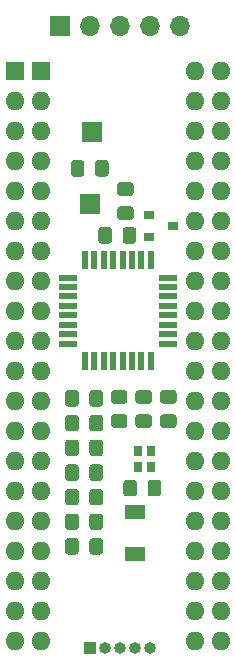
<source format=gbr>
G04 #@! TF.GenerationSoftware,KiCad,Pcbnew,(5.1.9)-1*
G04 #@! TF.CreationDate,2021-06-10T15:02:54-04:00*
G04 #@! TF.ProjectId,6526KernalSwitcherB,36353236-4b65-4726-9e61-6c5377697463,rev?*
G04 #@! TF.SameCoordinates,Original*
G04 #@! TF.FileFunction,Soldermask,Top*
G04 #@! TF.FilePolarity,Negative*
%FSLAX46Y46*%
G04 Gerber Fmt 4.6, Leading zero omitted, Abs format (unit mm)*
G04 Created by KiCad (PCBNEW (5.1.9)-1) date 2021-06-10 15:02:54*
%MOMM*%
%LPD*%
G01*
G04 APERTURE LIST*
%ADD10R,1.700000X1.300000*%
%ADD11R,1.000000X1.000000*%
%ADD12O,1.000000X1.000000*%
%ADD13R,1.700000X1.700000*%
%ADD14O,1.700000X1.700000*%
%ADD15R,0.900000X0.800000*%
%ADD16R,0.550000X1.600000*%
%ADD17R,1.600000X0.550000*%
%ADD18O,1.600000X1.600000*%
%ADD19R,1.600000X1.600000*%
%ADD20R,0.800000X0.900000*%
G04 APERTURE END LIST*
G36*
G01*
X106502000Y-86468799D02*
X106502000Y-87368801D01*
G75*
G02*
X106252001Y-87618800I-249999J0D01*
G01*
X105601999Y-87618800D01*
G75*
G02*
X105352000Y-87368801I0J249999D01*
G01*
X105352000Y-86468799D01*
G75*
G02*
X105601999Y-86218800I249999J0D01*
G01*
X106252001Y-86218800D01*
G75*
G02*
X106502000Y-86468799I0J-249999D01*
G01*
G37*
G36*
G01*
X104452000Y-86468799D02*
X104452000Y-87368801D01*
G75*
G02*
X104202001Y-87618800I-249999J0D01*
G01*
X103551999Y-87618800D01*
G75*
G02*
X103302000Y-87368801I0J249999D01*
G01*
X103302000Y-86468799D01*
G75*
G02*
X103551999Y-86218800I249999J0D01*
G01*
X104202001Y-86218800D01*
G75*
G02*
X104452000Y-86468799I0J-249999D01*
G01*
G37*
G36*
G01*
X104452000Y-84385999D02*
X104452000Y-85286001D01*
G75*
G02*
X104202001Y-85536000I-249999J0D01*
G01*
X103551999Y-85536000D01*
G75*
G02*
X103302000Y-85286001I0J249999D01*
G01*
X103302000Y-84385999D01*
G75*
G02*
X103551999Y-84136000I249999J0D01*
G01*
X104202001Y-84136000D01*
G75*
G02*
X104452000Y-84385999I0J-249999D01*
G01*
G37*
G36*
G01*
X106502000Y-84385999D02*
X106502000Y-85286001D01*
G75*
G02*
X106252001Y-85536000I-249999J0D01*
G01*
X105601999Y-85536000D01*
G75*
G02*
X105352000Y-85286001I0J249999D01*
G01*
X105352000Y-84385999D01*
G75*
G02*
X105601999Y-84136000I249999J0D01*
G01*
X106252001Y-84136000D01*
G75*
G02*
X106502000Y-84385999I0J-249999D01*
G01*
G37*
G36*
G01*
X109506599Y-77851200D02*
X110406601Y-77851200D01*
G75*
G02*
X110656600Y-78101199I0J-249999D01*
G01*
X110656600Y-78751201D01*
G75*
G02*
X110406601Y-79001200I-249999J0D01*
G01*
X109506599Y-79001200D01*
G75*
G02*
X109256600Y-78751201I0J249999D01*
G01*
X109256600Y-78101199D01*
G75*
G02*
X109506599Y-77851200I249999J0D01*
G01*
G37*
G36*
G01*
X109506599Y-79901200D02*
X110406601Y-79901200D01*
G75*
G02*
X110656600Y-80151199I0J-249999D01*
G01*
X110656600Y-80801201D01*
G75*
G02*
X110406601Y-81051200I-249999J0D01*
G01*
X109506599Y-81051200D01*
G75*
G02*
X109256600Y-80801201I0J249999D01*
G01*
X109256600Y-80151199D01*
G75*
G02*
X109506599Y-79901200I249999J0D01*
G01*
G37*
G36*
G01*
X107423799Y-79901200D02*
X108323801Y-79901200D01*
G75*
G02*
X108573800Y-80151199I0J-249999D01*
G01*
X108573800Y-80801201D01*
G75*
G02*
X108323801Y-81051200I-249999J0D01*
G01*
X107423799Y-81051200D01*
G75*
G02*
X107173800Y-80801201I0J249999D01*
G01*
X107173800Y-80151199D01*
G75*
G02*
X107423799Y-79901200I249999J0D01*
G01*
G37*
G36*
G01*
X107423799Y-77851200D02*
X108323801Y-77851200D01*
G75*
G02*
X108573800Y-78101199I0J-249999D01*
G01*
X108573800Y-78751201D01*
G75*
G02*
X108323801Y-79001200I-249999J0D01*
G01*
X107423799Y-79001200D01*
G75*
G02*
X107173800Y-78751201I0J249999D01*
G01*
X107173800Y-78101199D01*
G75*
G02*
X107423799Y-77851200I249999J0D01*
G01*
G37*
G36*
G01*
X103302000Y-83190501D02*
X103302000Y-82290499D01*
G75*
G02*
X103551999Y-82040500I249999J0D01*
G01*
X104202001Y-82040500D01*
G75*
G02*
X104452000Y-82290499I0J-249999D01*
G01*
X104452000Y-83190501D01*
G75*
G02*
X104202001Y-83440500I-249999J0D01*
G01*
X103551999Y-83440500D01*
G75*
G02*
X103302000Y-83190501I0J249999D01*
G01*
G37*
G36*
G01*
X105352000Y-83190501D02*
X105352000Y-82290499D01*
G75*
G02*
X105601999Y-82040500I249999J0D01*
G01*
X106252001Y-82040500D01*
G75*
G02*
X106502000Y-82290499I0J-249999D01*
G01*
X106502000Y-83190501D01*
G75*
G02*
X106252001Y-83440500I-249999J0D01*
G01*
X105601999Y-83440500D01*
G75*
G02*
X105352000Y-83190501I0J249999D01*
G01*
G37*
G36*
G01*
X111589399Y-79901200D02*
X112489401Y-79901200D01*
G75*
G02*
X112739400Y-80151199I0J-249999D01*
G01*
X112739400Y-80801201D01*
G75*
G02*
X112489401Y-81051200I-249999J0D01*
G01*
X111589399Y-81051200D01*
G75*
G02*
X111339400Y-80801201I0J249999D01*
G01*
X111339400Y-80151199D01*
G75*
G02*
X111589399Y-79901200I249999J0D01*
G01*
G37*
G36*
G01*
X111589399Y-77851200D02*
X112489401Y-77851200D01*
G75*
G02*
X112739400Y-78101199I0J-249999D01*
G01*
X112739400Y-78751201D01*
G75*
G02*
X112489401Y-79001200I-249999J0D01*
G01*
X111589399Y-79001200D01*
G75*
G02*
X111339400Y-78751201I0J249999D01*
G01*
X111339400Y-78101199D01*
G75*
G02*
X111589399Y-77851200I249999J0D01*
G01*
G37*
G36*
G01*
X109321400Y-64294599D02*
X109321400Y-65194601D01*
G75*
G02*
X109071401Y-65444600I-249999J0D01*
G01*
X108421399Y-65444600D01*
G75*
G02*
X108171400Y-65194601I0J249999D01*
G01*
X108171400Y-64294599D01*
G75*
G02*
X108421399Y-64044600I249999J0D01*
G01*
X109071401Y-64044600D01*
G75*
G02*
X109321400Y-64294599I0J-249999D01*
G01*
G37*
G36*
G01*
X107271400Y-64294599D02*
X107271400Y-65194601D01*
G75*
G02*
X107021401Y-65444600I-249999J0D01*
G01*
X106371399Y-65444600D01*
G75*
G02*
X106121400Y-65194601I0J249999D01*
G01*
X106121400Y-64294599D01*
G75*
G02*
X106371399Y-64044600I249999J0D01*
G01*
X107021401Y-64044600D01*
G75*
G02*
X107271400Y-64294599I0J-249999D01*
G01*
G37*
D10*
X109245400Y-88191400D03*
X109245400Y-91691400D03*
D11*
X105410000Y-99695000D03*
D12*
X106680000Y-99695000D03*
X107950000Y-99695000D03*
X109220000Y-99695000D03*
X110490000Y-99695000D03*
D13*
X102870000Y-46990000D03*
D14*
X105410000Y-46990000D03*
X107950000Y-46990000D03*
X110490000Y-46990000D03*
X113030000Y-46990000D03*
D13*
X105587800Y-56032400D03*
X105384600Y-62077600D03*
D15*
X110404400Y-63007200D03*
X110404400Y-64907200D03*
X112404400Y-63957200D03*
G36*
G01*
X106502000Y-90634399D02*
X106502000Y-91534401D01*
G75*
G02*
X106252001Y-91784400I-249999J0D01*
G01*
X105601999Y-91784400D01*
G75*
G02*
X105352000Y-91534401I0J249999D01*
G01*
X105352000Y-90634399D01*
G75*
G02*
X105601999Y-90384400I249999J0D01*
G01*
X106252001Y-90384400D01*
G75*
G02*
X106502000Y-90634399I0J-249999D01*
G01*
G37*
G36*
G01*
X104452000Y-90634399D02*
X104452000Y-91534401D01*
G75*
G02*
X104202001Y-91784400I-249999J0D01*
G01*
X103551999Y-91784400D01*
G75*
G02*
X103302000Y-91534401I0J249999D01*
G01*
X103302000Y-90634399D01*
G75*
G02*
X103551999Y-90384400I249999J0D01*
G01*
X104202001Y-90384400D01*
G75*
G02*
X104452000Y-90634399I0J-249999D01*
G01*
G37*
G36*
G01*
X111429600Y-85706799D02*
X111429600Y-86606801D01*
G75*
G02*
X111179601Y-86856800I-249999J0D01*
G01*
X110529599Y-86856800D01*
G75*
G02*
X110279600Y-86606801I0J249999D01*
G01*
X110279600Y-85706799D01*
G75*
G02*
X110529599Y-85456800I249999J0D01*
G01*
X111179601Y-85456800D01*
G75*
G02*
X111429600Y-85706799I0J-249999D01*
G01*
G37*
G36*
G01*
X109379600Y-85706799D02*
X109379600Y-86606801D01*
G75*
G02*
X109129601Y-86856800I-249999J0D01*
G01*
X108479599Y-86856800D01*
G75*
G02*
X108229600Y-86606801I0J249999D01*
G01*
X108229600Y-85706799D01*
G75*
G02*
X108479599Y-85456800I249999J0D01*
G01*
X109129601Y-85456800D01*
G75*
G02*
X109379600Y-85706799I0J-249999D01*
G01*
G37*
G36*
G01*
X105352000Y-78999501D02*
X105352000Y-78099499D01*
G75*
G02*
X105601999Y-77849500I249999J0D01*
G01*
X106252001Y-77849500D01*
G75*
G02*
X106502000Y-78099499I0J-249999D01*
G01*
X106502000Y-78999501D01*
G75*
G02*
X106252001Y-79249500I-249999J0D01*
G01*
X105601999Y-79249500D01*
G75*
G02*
X105352000Y-78999501I0J249999D01*
G01*
G37*
G36*
G01*
X103302000Y-78999501D02*
X103302000Y-78099499D01*
G75*
G02*
X103551999Y-77849500I249999J0D01*
G01*
X104202001Y-77849500D01*
G75*
G02*
X104452000Y-78099499I0J-249999D01*
G01*
X104452000Y-78999501D01*
G75*
G02*
X104202001Y-79249500I-249999J0D01*
G01*
X103551999Y-79249500D01*
G75*
G02*
X103302000Y-78999501I0J249999D01*
G01*
G37*
G36*
G01*
X103302000Y-81095001D02*
X103302000Y-80194999D01*
G75*
G02*
X103551999Y-79945000I249999J0D01*
G01*
X104202001Y-79945000D01*
G75*
G02*
X104452000Y-80194999I0J-249999D01*
G01*
X104452000Y-81095001D01*
G75*
G02*
X104202001Y-81345000I-249999J0D01*
G01*
X103551999Y-81345000D01*
G75*
G02*
X103302000Y-81095001I0J249999D01*
G01*
G37*
G36*
G01*
X105352000Y-81095001D02*
X105352000Y-80194999D01*
G75*
G02*
X105601999Y-79945000I249999J0D01*
G01*
X106252001Y-79945000D01*
G75*
G02*
X106502000Y-80194999I0J-249999D01*
G01*
X106502000Y-81095001D01*
G75*
G02*
X106252001Y-81345000I-249999J0D01*
G01*
X105601999Y-81345000D01*
G75*
G02*
X105352000Y-81095001I0J249999D01*
G01*
G37*
G36*
G01*
X106502000Y-88551599D02*
X106502000Y-89451601D01*
G75*
G02*
X106252001Y-89701600I-249999J0D01*
G01*
X105601999Y-89701600D01*
G75*
G02*
X105352000Y-89451601I0J249999D01*
G01*
X105352000Y-88551599D01*
G75*
G02*
X105601999Y-88301600I249999J0D01*
G01*
X106252001Y-88301600D01*
G75*
G02*
X106502000Y-88551599I0J-249999D01*
G01*
G37*
G36*
G01*
X104452000Y-88551599D02*
X104452000Y-89451601D01*
G75*
G02*
X104202001Y-89701600I-249999J0D01*
G01*
X103551999Y-89701600D01*
G75*
G02*
X103302000Y-89451601I0J249999D01*
G01*
X103302000Y-88551599D01*
G75*
G02*
X103551999Y-88301600I249999J0D01*
G01*
X104202001Y-88301600D01*
G75*
G02*
X104452000Y-88551599I0J-249999D01*
G01*
G37*
G36*
G01*
X105834600Y-59530401D02*
X105834600Y-58630399D01*
G75*
G02*
X106084599Y-58380400I249999J0D01*
G01*
X106734601Y-58380400D01*
G75*
G02*
X106984600Y-58630399I0J-249999D01*
G01*
X106984600Y-59530401D01*
G75*
G02*
X106734601Y-59780400I-249999J0D01*
G01*
X106084599Y-59780400D01*
G75*
G02*
X105834600Y-59530401I0J249999D01*
G01*
G37*
G36*
G01*
X103784600Y-59530401D02*
X103784600Y-58630399D01*
G75*
G02*
X104034599Y-58380400I249999J0D01*
G01*
X104684601Y-58380400D01*
G75*
G02*
X104934600Y-58630399I0J-249999D01*
G01*
X104934600Y-59530401D01*
G75*
G02*
X104684601Y-59780400I-249999J0D01*
G01*
X104034599Y-59780400D01*
G75*
G02*
X103784600Y-59530401I0J249999D01*
G01*
G37*
G36*
G01*
X107957199Y-62299000D02*
X108857201Y-62299000D01*
G75*
G02*
X109107200Y-62548999I0J-249999D01*
G01*
X109107200Y-63199001D01*
G75*
G02*
X108857201Y-63449000I-249999J0D01*
G01*
X107957199Y-63449000D01*
G75*
G02*
X107707200Y-63199001I0J249999D01*
G01*
X107707200Y-62548999D01*
G75*
G02*
X107957199Y-62299000I249999J0D01*
G01*
G37*
G36*
G01*
X107957199Y-60249000D02*
X108857201Y-60249000D01*
G75*
G02*
X109107200Y-60498999I0J-249999D01*
G01*
X109107200Y-61149001D01*
G75*
G02*
X108857201Y-61399000I-249999J0D01*
G01*
X107957199Y-61399000D01*
G75*
G02*
X107707200Y-61149001I0J249999D01*
G01*
X107707200Y-60498999D01*
G75*
G02*
X107957199Y-60249000I249999J0D01*
G01*
G37*
D16*
X104959500Y-75370000D03*
X105759500Y-75370000D03*
X106559500Y-75370000D03*
X107359500Y-75370000D03*
X108159500Y-75370000D03*
X108959500Y-75370000D03*
X109759500Y-75370000D03*
X110559500Y-75370000D03*
D17*
X112009500Y-73920000D03*
X112009500Y-73120000D03*
X112009500Y-72320000D03*
X112009500Y-71520000D03*
X112009500Y-70720000D03*
X112009500Y-69920000D03*
X112009500Y-69120000D03*
X112009500Y-68320000D03*
D16*
X110559500Y-66870000D03*
X109759500Y-66870000D03*
X108959500Y-66870000D03*
X108159500Y-66870000D03*
X107359500Y-66870000D03*
X106559500Y-66870000D03*
X105759500Y-66870000D03*
X104959500Y-66870000D03*
D17*
X103509500Y-68320000D03*
X103509500Y-69120000D03*
X103509500Y-69920000D03*
X103509500Y-70720000D03*
X103509500Y-71520000D03*
X103509500Y-72320000D03*
X103509500Y-73120000D03*
X103509500Y-73920000D03*
D18*
X116459000Y-50800000D03*
X101219000Y-99060000D03*
X116459000Y-53340000D03*
X101219000Y-96520000D03*
X116459000Y-55880000D03*
X101219000Y-93980000D03*
X116459000Y-58420000D03*
X101219000Y-91440000D03*
X116459000Y-60960000D03*
X101219000Y-88900000D03*
X116459000Y-63500000D03*
X101219000Y-86360000D03*
X116459000Y-66040000D03*
X101219000Y-83820000D03*
X116459000Y-68580000D03*
X101219000Y-81280000D03*
X116459000Y-71120000D03*
X101219000Y-78740000D03*
X116459000Y-73660000D03*
X101219000Y-76200000D03*
X116459000Y-76200000D03*
X101219000Y-73660000D03*
X116459000Y-78740000D03*
X101219000Y-71120000D03*
X116459000Y-81280000D03*
X101219000Y-68580000D03*
X116459000Y-83820000D03*
X101219000Y-66040000D03*
X116459000Y-86360000D03*
X101219000Y-63500000D03*
X116459000Y-88900000D03*
X101219000Y-60960000D03*
X116459000Y-91440000D03*
X101219000Y-58420000D03*
X116459000Y-93980000D03*
X101219000Y-55880000D03*
X116459000Y-96520000D03*
X101219000Y-53340000D03*
X116459000Y-99060000D03*
D19*
X101219000Y-50800000D03*
X99060000Y-50800000D03*
D18*
X114300000Y-99060000D03*
X99060000Y-53340000D03*
X114300000Y-96520000D03*
X99060000Y-55880000D03*
X114300000Y-93980000D03*
X99060000Y-58420000D03*
X114300000Y-91440000D03*
X99060000Y-60960000D03*
X114300000Y-88900000D03*
X99060000Y-63500000D03*
X114300000Y-86360000D03*
X99060000Y-66040000D03*
X114300000Y-83820000D03*
X99060000Y-68580000D03*
X114300000Y-81280000D03*
X99060000Y-71120000D03*
X114300000Y-78740000D03*
X99060000Y-73660000D03*
X114300000Y-76200000D03*
X99060000Y-76200000D03*
X114300000Y-73660000D03*
X99060000Y-78740000D03*
X114300000Y-71120000D03*
X99060000Y-81280000D03*
X114300000Y-68580000D03*
X99060000Y-83820000D03*
X114300000Y-66040000D03*
X99060000Y-86360000D03*
X114300000Y-63500000D03*
X99060000Y-88900000D03*
X114300000Y-60960000D03*
X99060000Y-91440000D03*
X114300000Y-58420000D03*
X99060000Y-93980000D03*
X114300000Y-55880000D03*
X99060000Y-96520000D03*
X114300000Y-53340000D03*
X99060000Y-99060000D03*
X114300000Y-50800000D03*
D20*
X109432000Y-82967600D03*
X109432000Y-84367600D03*
X110532000Y-84367600D03*
X110532000Y-82967600D03*
M02*

</source>
